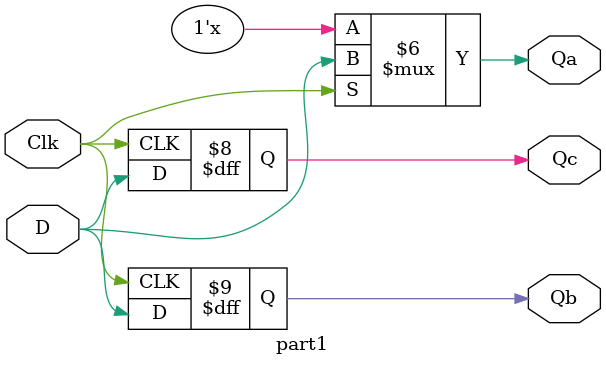
<source format=v>
module part1(D, Clk, Qa, Qb, Qc);
  input D, Clk;
  output reg Qa, Qb, Qc;

  always @(D, Clk)
  begin
    if (Clk == 1)
      Qa = D;
  end

  always @(posedge Clk)
  begin
    Qb <= D;
  end

  always @(negedge Clk)
  begin
    Qc <= D;
  end

endmodule

</source>
